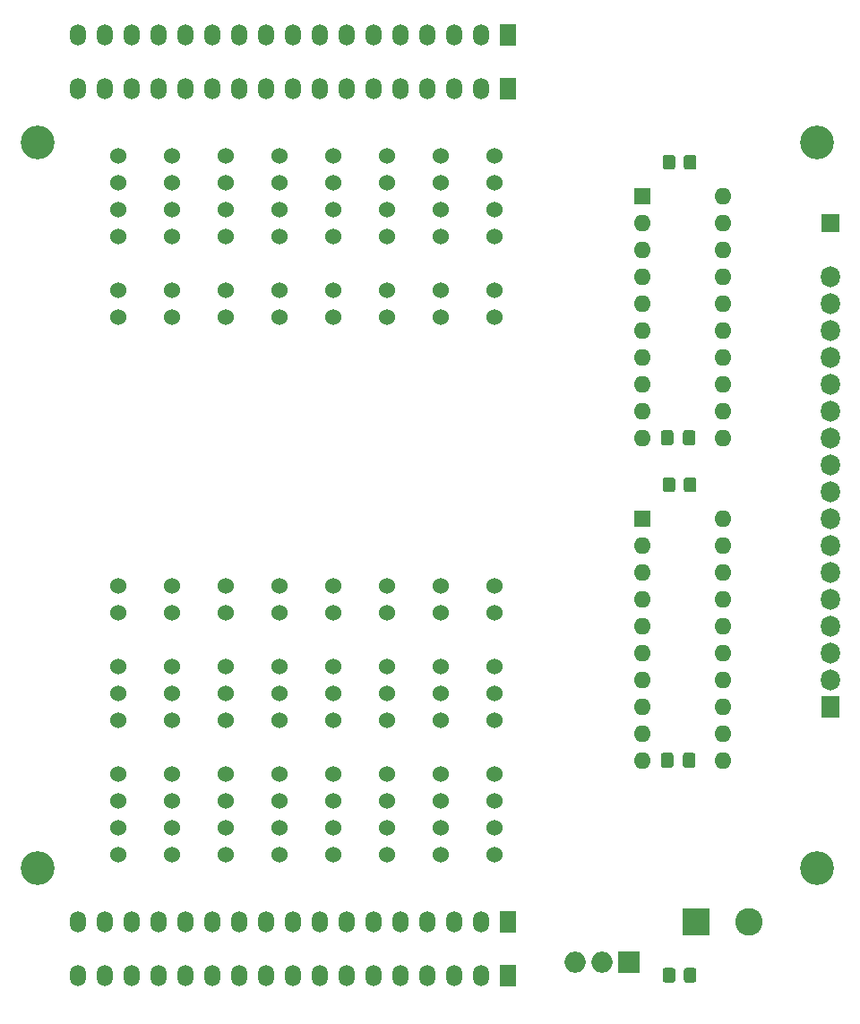
<source format=gbr>
%TF.GenerationSoftware,KiCad,Pcbnew,(5.1.8)-1*%
%TF.CreationDate,2023-06-16T08:46:23+03:00*%
%TF.ProjectId,MUX16bit,4d555831-3662-4697-942e-6b696361645f,rev?*%
%TF.SameCoordinates,Original*%
%TF.FileFunction,Soldermask,Bot*%
%TF.FilePolarity,Negative*%
%FSLAX46Y46*%
G04 Gerber Fmt 4.6, Leading zero omitted, Abs format (unit mm)*
G04 Created by KiCad (PCBNEW (5.1.8)-1) date 2023-06-16 08:46:23*
%MOMM*%
%LPD*%
G01*
G04 APERTURE LIST*
%ADD10O,1.800000X2.000000*%
%ADD11R,1.800000X2.000000*%
%ADD12O,1.500000X2.000000*%
%ADD13R,1.500000X2.000000*%
%ADD14C,3.200000*%
%ADD15C,2.600000*%
%ADD16R,2.600000X2.600000*%
%ADD17O,2.000000X2.000000*%
%ADD18R,2.000000X2.000000*%
%ADD19R,1.700000X1.700000*%
%ADD20C,1.524000*%
%ADD21O,1.600000X1.600000*%
%ADD22R,1.600000X1.600000*%
G04 APERTURE END LIST*
%TO.C,C2*%
G36*
G01*
X145197500Y-63025000D02*
X145197500Y-63975000D01*
G75*
G02*
X144947500Y-64225000I-250000J0D01*
G01*
X144272500Y-64225000D01*
G75*
G02*
X144022500Y-63975000I0J250000D01*
G01*
X144022500Y-63025000D01*
G75*
G02*
X144272500Y-62775000I250000J0D01*
G01*
X144947500Y-62775000D01*
G75*
G02*
X145197500Y-63025000I0J-250000D01*
G01*
G37*
G36*
G01*
X147272500Y-63025000D02*
X147272500Y-63975000D01*
G75*
G02*
X147022500Y-64225000I-250000J0D01*
G01*
X146347500Y-64225000D01*
G75*
G02*
X146097500Y-63975000I0J250000D01*
G01*
X146097500Y-63025000D01*
G75*
G02*
X146347500Y-62775000I250000J0D01*
G01*
X147022500Y-62775000D01*
G75*
G02*
X147272500Y-63025000I0J-250000D01*
G01*
G37*
%TD*%
%TO.C,C1*%
G36*
G01*
X145197500Y-93505000D02*
X145197500Y-94455000D01*
G75*
G02*
X144947500Y-94705000I-250000J0D01*
G01*
X144272500Y-94705000D01*
G75*
G02*
X144022500Y-94455000I0J250000D01*
G01*
X144022500Y-93505000D01*
G75*
G02*
X144272500Y-93255000I250000J0D01*
G01*
X144947500Y-93255000D01*
G75*
G02*
X145197500Y-93505000I0J-250000D01*
G01*
G37*
G36*
G01*
X147272500Y-93505000D02*
X147272500Y-94455000D01*
G75*
G02*
X147022500Y-94705000I-250000J0D01*
G01*
X146347500Y-94705000D01*
G75*
G02*
X146097500Y-94455000I0J250000D01*
G01*
X146097500Y-93505000D01*
G75*
G02*
X146347500Y-93255000I250000J0D01*
G01*
X147022500Y-93255000D01*
G75*
G02*
X147272500Y-93505000I0J-250000D01*
G01*
G37*
%TD*%
D10*
%TO.C,J5*%
X160020000Y-48260000D03*
X160020000Y-50800000D03*
X160020000Y-53340000D03*
X160020000Y-55880000D03*
X160020000Y-58420000D03*
X160020000Y-60960000D03*
X160020000Y-63500000D03*
X160020000Y-66040000D03*
X160020000Y-68580000D03*
X160020000Y-71120000D03*
X160020000Y-73660000D03*
X160020000Y-76200000D03*
X160020000Y-78740000D03*
X160020000Y-81280000D03*
X160020000Y-83820000D03*
X160020000Y-86360000D03*
D11*
X160020000Y-88900000D03*
%TD*%
D12*
%TO.C,J4*%
X88900000Y-114300000D03*
X91440000Y-114300000D03*
X93980000Y-114300000D03*
X96520000Y-114300000D03*
X99060000Y-114300000D03*
X101600000Y-114300000D03*
X104140000Y-114300000D03*
X106680000Y-114300000D03*
X109220000Y-114300000D03*
X111760000Y-114300000D03*
X114300000Y-114300000D03*
X116840000Y-114300000D03*
X119380000Y-114300000D03*
X121920000Y-114300000D03*
X124460000Y-114300000D03*
X127000000Y-114300000D03*
D13*
X129540000Y-114300000D03*
%TD*%
D12*
%TO.C,J3*%
X88900000Y-109220000D03*
X91440000Y-109220000D03*
X93980000Y-109220000D03*
X96520000Y-109220000D03*
X99060000Y-109220000D03*
X101600000Y-109220000D03*
X104140000Y-109220000D03*
X106680000Y-109220000D03*
X109220000Y-109220000D03*
X111760000Y-109220000D03*
X114300000Y-109220000D03*
X116840000Y-109220000D03*
X119380000Y-109220000D03*
X121920000Y-109220000D03*
X124460000Y-109220000D03*
X127000000Y-109220000D03*
D13*
X129540000Y-109220000D03*
%TD*%
D12*
%TO.C,J2*%
X88900000Y-30480000D03*
X91440000Y-30480000D03*
X93980000Y-30480000D03*
X96520000Y-30480000D03*
X99060000Y-30480000D03*
X101600000Y-30480000D03*
X104140000Y-30480000D03*
X106680000Y-30480000D03*
X109220000Y-30480000D03*
X111760000Y-30480000D03*
X114300000Y-30480000D03*
X116840000Y-30480000D03*
X119380000Y-30480000D03*
X121920000Y-30480000D03*
X124460000Y-30480000D03*
X127000000Y-30480000D03*
D13*
X129540000Y-30480000D03*
%TD*%
D12*
%TO.C,J1*%
X88900000Y-25400000D03*
X91440000Y-25400000D03*
X93980000Y-25400000D03*
X96520000Y-25400000D03*
X99060000Y-25400000D03*
X101600000Y-25400000D03*
X104140000Y-25400000D03*
X106680000Y-25400000D03*
X109220000Y-25400000D03*
X111760000Y-25400000D03*
X114300000Y-25400000D03*
X116840000Y-25400000D03*
X119380000Y-25400000D03*
X121920000Y-25400000D03*
X124460000Y-25400000D03*
X127000000Y-25400000D03*
D13*
X129540000Y-25400000D03*
%TD*%
D14*
%TO.C,H4*%
X158750000Y-104140000D03*
%TD*%
%TO.C,H3*%
X158750000Y-35560000D03*
%TD*%
%TO.C,H2*%
X85090000Y-104140000D03*
%TD*%
%TO.C,H1*%
X85090000Y-35560000D03*
%TD*%
%TO.C,R3*%
G36*
G01*
X145380000Y-113849999D02*
X145380000Y-114750001D01*
G75*
G02*
X145130001Y-115000000I-249999J0D01*
G01*
X144429999Y-115000000D01*
G75*
G02*
X144180000Y-114750001I0J249999D01*
G01*
X144180000Y-113849999D01*
G75*
G02*
X144429999Y-113600000I249999J0D01*
G01*
X145130001Y-113600000D01*
G75*
G02*
X145380000Y-113849999I0J-249999D01*
G01*
G37*
G36*
G01*
X147380000Y-113849999D02*
X147380000Y-114750001D01*
G75*
G02*
X147130001Y-115000000I-249999J0D01*
G01*
X146429999Y-115000000D01*
G75*
G02*
X146180000Y-114750001I0J249999D01*
G01*
X146180000Y-113849999D01*
G75*
G02*
X146429999Y-113600000I249999J0D01*
G01*
X147130001Y-113600000D01*
G75*
G02*
X147380000Y-113849999I0J-249999D01*
G01*
G37*
%TD*%
%TO.C,R2*%
G36*
G01*
X146180000Y-68395001D02*
X146180000Y-67494999D01*
G75*
G02*
X146429999Y-67245000I249999J0D01*
G01*
X147130001Y-67245000D01*
G75*
G02*
X147380000Y-67494999I0J-249999D01*
G01*
X147380000Y-68395001D01*
G75*
G02*
X147130001Y-68645000I-249999J0D01*
G01*
X146429999Y-68645000D01*
G75*
G02*
X146180000Y-68395001I0J249999D01*
G01*
G37*
G36*
G01*
X144180000Y-68395001D02*
X144180000Y-67494999D01*
G75*
G02*
X144429999Y-67245000I249999J0D01*
G01*
X145130001Y-67245000D01*
G75*
G02*
X145380000Y-67494999I0J-249999D01*
G01*
X145380000Y-68395001D01*
G75*
G02*
X145130001Y-68645000I-249999J0D01*
G01*
X144429999Y-68645000D01*
G75*
G02*
X144180000Y-68395001I0J249999D01*
G01*
G37*
%TD*%
%TO.C,R1*%
G36*
G01*
X146180000Y-37915001D02*
X146180000Y-37014999D01*
G75*
G02*
X146429999Y-36765000I249999J0D01*
G01*
X147130001Y-36765000D01*
G75*
G02*
X147380000Y-37014999I0J-249999D01*
G01*
X147380000Y-37915001D01*
G75*
G02*
X147130001Y-38165000I-249999J0D01*
G01*
X146429999Y-38165000D01*
G75*
G02*
X146180000Y-37915001I0J249999D01*
G01*
G37*
G36*
G01*
X144180000Y-37915001D02*
X144180000Y-37014999D01*
G75*
G02*
X144429999Y-36765000I249999J0D01*
G01*
X145130001Y-36765000D01*
G75*
G02*
X145380000Y-37014999I0J-249999D01*
G01*
X145380000Y-37915001D01*
G75*
G02*
X145130001Y-38165000I-249999J0D01*
G01*
X144429999Y-38165000D01*
G75*
G02*
X144180000Y-37915001I0J249999D01*
G01*
G37*
%TD*%
D15*
%TO.C,J8*%
X152320000Y-109220000D03*
D16*
X147320000Y-109220000D03*
%TD*%
D17*
%TO.C,J7*%
X135890000Y-113030000D03*
X138430000Y-113030000D03*
D18*
X140970000Y-113030000D03*
%TD*%
D19*
%TO.C,J6*%
X160020000Y-43180000D03*
%TD*%
D20*
%TO.C,U8*%
X128270000Y-102870000D03*
X128270000Y-100330000D03*
X128270000Y-97790000D03*
X128270000Y-95250000D03*
X128270000Y-90170000D03*
X128270000Y-87630000D03*
X128270000Y-85090000D03*
X128270000Y-80010000D03*
X128270000Y-77470000D03*
X128270000Y-52070000D03*
X128270000Y-49530000D03*
X128270000Y-44450000D03*
X128270000Y-41910000D03*
X128270000Y-39370000D03*
X128270000Y-36830000D03*
%TD*%
%TO.C,U7*%
X123190000Y-102870000D03*
X123190000Y-100330000D03*
X123190000Y-97790000D03*
X123190000Y-95250000D03*
X123190000Y-90170000D03*
X123190000Y-87630000D03*
X123190000Y-85090000D03*
X123190000Y-80010000D03*
X123190000Y-77470000D03*
X123190000Y-52070000D03*
X123190000Y-49530000D03*
X123190000Y-44450000D03*
X123190000Y-41910000D03*
X123190000Y-39370000D03*
X123190000Y-36830000D03*
%TD*%
%TO.C,U6*%
X118110000Y-102870000D03*
X118110000Y-100330000D03*
X118110000Y-97790000D03*
X118110000Y-95250000D03*
X118110000Y-90170000D03*
X118110000Y-87630000D03*
X118110000Y-85090000D03*
X118110000Y-80010000D03*
X118110000Y-77470000D03*
X118110000Y-52070000D03*
X118110000Y-49530000D03*
X118110000Y-44450000D03*
X118110000Y-41910000D03*
X118110000Y-39370000D03*
X118110000Y-36830000D03*
%TD*%
%TO.C,U5*%
X113030000Y-102870000D03*
X113030000Y-100330000D03*
X113030000Y-97790000D03*
X113030000Y-95250000D03*
X113030000Y-90170000D03*
X113030000Y-87630000D03*
X113030000Y-85090000D03*
X113030000Y-80010000D03*
X113030000Y-77470000D03*
X113030000Y-52070000D03*
X113030000Y-49530000D03*
X113030000Y-44450000D03*
X113030000Y-41910000D03*
X113030000Y-39370000D03*
X113030000Y-36830000D03*
%TD*%
%TO.C,U4*%
X107950000Y-102870000D03*
X107950000Y-100330000D03*
X107950000Y-97790000D03*
X107950000Y-95250000D03*
X107950000Y-90170000D03*
X107950000Y-87630000D03*
X107950000Y-85090000D03*
X107950000Y-80010000D03*
X107950000Y-77470000D03*
X107950000Y-52070000D03*
X107950000Y-49530000D03*
X107950000Y-44450000D03*
X107950000Y-41910000D03*
X107950000Y-39370000D03*
X107950000Y-36830000D03*
%TD*%
%TO.C,U3*%
X102870000Y-102870000D03*
X102870000Y-100330000D03*
X102870000Y-97790000D03*
X102870000Y-95250000D03*
X102870000Y-90170000D03*
X102870000Y-87630000D03*
X102870000Y-85090000D03*
X102870000Y-80010000D03*
X102870000Y-77470000D03*
X102870000Y-52070000D03*
X102870000Y-49530000D03*
X102870000Y-44450000D03*
X102870000Y-41910000D03*
X102870000Y-39370000D03*
X102870000Y-36830000D03*
%TD*%
%TO.C,U2*%
X97790000Y-102870000D03*
X97790000Y-100330000D03*
X97790000Y-97790000D03*
X97790000Y-95250000D03*
X97790000Y-90170000D03*
X97790000Y-87630000D03*
X97790000Y-85090000D03*
X97790000Y-80010000D03*
X97790000Y-77470000D03*
X97790000Y-52070000D03*
X97790000Y-49530000D03*
X97790000Y-44450000D03*
X97790000Y-41910000D03*
X97790000Y-39370000D03*
X97790000Y-36830000D03*
%TD*%
%TO.C,U1*%
X92710000Y-102870000D03*
X92710000Y-100330000D03*
X92710000Y-97790000D03*
X92710000Y-95250000D03*
X92710000Y-90170000D03*
X92710000Y-87630000D03*
X92710000Y-85090000D03*
X92710000Y-80010000D03*
X92710000Y-77470000D03*
X92710000Y-52070000D03*
X92710000Y-49530000D03*
X92710000Y-44450000D03*
X92710000Y-41910000D03*
X92710000Y-39370000D03*
X92710000Y-36830000D03*
%TD*%
D21*
%TO.C,U10*%
X149860000Y-71120000D03*
X142240000Y-93980000D03*
X149860000Y-73660000D03*
X142240000Y-91440000D03*
X149860000Y-76200000D03*
X142240000Y-88900000D03*
X149860000Y-78740000D03*
X142240000Y-86360000D03*
X149860000Y-81280000D03*
X142240000Y-83820000D03*
X149860000Y-83820000D03*
X142240000Y-81280000D03*
X149860000Y-86360000D03*
X142240000Y-78740000D03*
X149860000Y-88900000D03*
X142240000Y-76200000D03*
X149860000Y-91440000D03*
X142240000Y-73660000D03*
X149860000Y-93980000D03*
D22*
X142240000Y-71120000D03*
%TD*%
D21*
%TO.C,U9*%
X149860000Y-40640000D03*
X142240000Y-63500000D03*
X149860000Y-43180000D03*
X142240000Y-60960000D03*
X149860000Y-45720000D03*
X142240000Y-58420000D03*
X149860000Y-48260000D03*
X142240000Y-55880000D03*
X149860000Y-50800000D03*
X142240000Y-53340000D03*
X149860000Y-53340000D03*
X142240000Y-50800000D03*
X149860000Y-55880000D03*
X142240000Y-48260000D03*
X149860000Y-58420000D03*
X142240000Y-45720000D03*
X149860000Y-60960000D03*
X142240000Y-43180000D03*
X149860000Y-63500000D03*
D22*
X142240000Y-40640000D03*
%TD*%
M02*

</source>
